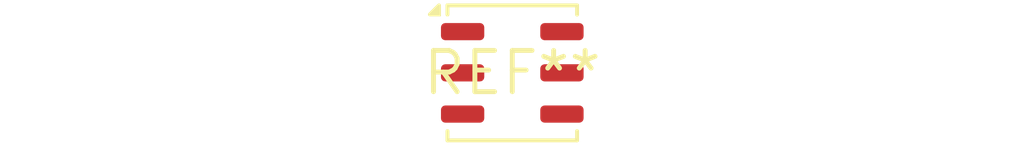
<source format=kicad_pcb>
(kicad_pcb (version 20240108) (generator pcbnew)
  (layers (0 "F.Cu" signal) (31 "B.Cu" signal) (34 "B.Paste" user) (35 "F.Paste" user) (36 "B.SilkS" user "B.Silkscreen") (37 "F.SilkS" user "F.Silkscreen") (38 "B.Mask" user) (39 "F.Mask" user) (44 "Edge.Cuts" user))
  (net 0 "")
  (footprint "TSOC-6_3.76x3.94mm_P1.27mm" (layer "F.Cu") (at 0 0)
    (property "Reference" "REF**")
    (property "Value" "TSOC-6_3.76x3.94mm_P1.27mm")
    (fp_line (start -1.99 -1.795) (end -1.99 -2.08) (layer "F.SilkS") (stroke (width 0.12)))
    (fp_line (start -1.99 1.795) (end -1.99 2.08) (layer "F.SilkS") (stroke (width 0.12)))
    (fp_line (start -1.99 2.08) (end 1.99 2.08) (layer "F.SilkS") (stroke (width 0.12)))
    (fp_line (start 1.99 -2.08) (end -1.99 -2.08) (layer "F.SilkS") (stroke (width 0.12)))
    (fp_line (start 1.99 -2.08) (end 1.99 -1.795) (layer "F.SilkS") (stroke (width 0.12)))
    (fp_line (start 1.99 1.795) (end 1.99 2.08) (layer "F.SilkS") (stroke (width 0.12)))
    (fp_poly (pts (xy -2.25 -1.8) (xy -2.53 -1.8) (xy -2.25 -2.08) (xy -2.25 -1.8)) (layer "F.SilkS") (stroke (width 0.12)) (fill solid))
    (pad "1" smd roundrect (at -1.525 -1.27) (size 1.33 0.53) (layers "F.Cu" "F.Paste" "F.Mask"))
    (pad "2" smd roundrect (at -1.525 0) (size 1.33 0.53) (layers "F.Cu" "F.Paste" "F.Mask"))
    (pad "3" smd roundrect (at -1.525 1.27) (size 1.33 0.53) (layers "F.Cu" "F.Paste" "F.Mask"))
    (pad "4" smd roundrect (at 1.525 1.27) (size 1.33 0.53) (layers "F.Cu" "F.Paste" "F.Mask"))
    (pad "5" smd roundrect (at 1.525 0) (size 1.33 0.53) (layers "F.Cu" "F.Paste" "F.Mask"))
    (pad "6" smd roundrect (at 1.525 -1.27) (size 1.33 0.53) (layers "F.Cu" "F.Paste" "F.Mask"))
  )
)
</source>
